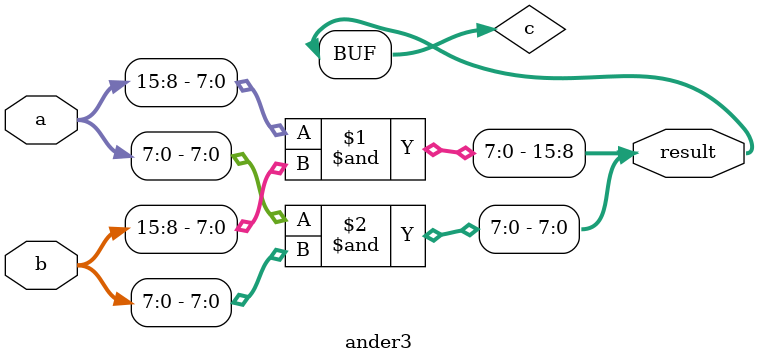
<source format=v>
`timescale 1 ns / 1 ps

module ander3 (a, b, result);

    input [15:0] a,b;
    output [15:0] result;
    wire [15:0] c;

    assign c[15:8] = a[15:8] & b[15:8];
    assign c[7:0] = a[7:0] & b[7:0];
    assign result = c;

endmodule

</source>
